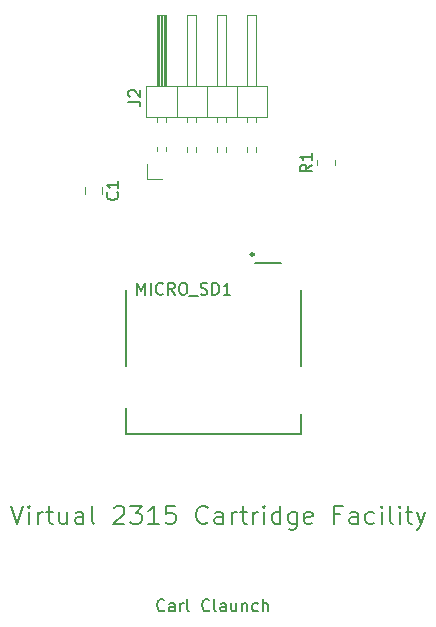
<source format=gbr>
%TF.GenerationSoftware,KiCad,Pcbnew,7.0.8*%
%TF.CreationDate,2025-03-05T08:55:57-05:00*%
%TF.ProjectId,cartridgeholder,63617274-7269-4646-9765-686f6c646572,rev?*%
%TF.SameCoordinates,Original*%
%TF.FileFunction,Legend,Top*%
%TF.FilePolarity,Positive*%
%FSLAX46Y46*%
G04 Gerber Fmt 4.6, Leading zero omitted, Abs format (unit mm)*
G04 Created by KiCad (PCBNEW 7.0.8) date 2025-03-05 08:55:57*
%MOMM*%
%LPD*%
G01*
G04 APERTURE LIST*
%ADD10C,0.150000*%
%ADD11C,0.120000*%
%ADD12C,0.203200*%
%ADD13C,0.254000*%
G04 APERTURE END LIST*
D10*
X119223826Y-132091691D02*
X119731826Y-133615691D01*
X119731826Y-133615691D02*
X120239826Y-132091691D01*
X120747827Y-133615691D02*
X120747827Y-132599691D01*
X120747827Y-132091691D02*
X120675255Y-132164262D01*
X120675255Y-132164262D02*
X120747827Y-132236834D01*
X120747827Y-132236834D02*
X120820398Y-132164262D01*
X120820398Y-132164262D02*
X120747827Y-132091691D01*
X120747827Y-132091691D02*
X120747827Y-132236834D01*
X121473541Y-133615691D02*
X121473541Y-132599691D01*
X121473541Y-132889977D02*
X121546112Y-132744834D01*
X121546112Y-132744834D02*
X121618684Y-132672262D01*
X121618684Y-132672262D02*
X121763826Y-132599691D01*
X121763826Y-132599691D02*
X121908969Y-132599691D01*
X122199255Y-132599691D02*
X122779827Y-132599691D01*
X122416970Y-132091691D02*
X122416970Y-133397977D01*
X122416970Y-133397977D02*
X122489541Y-133543120D01*
X122489541Y-133543120D02*
X122634684Y-133615691D01*
X122634684Y-133615691D02*
X122779827Y-133615691D01*
X123940970Y-132599691D02*
X123940970Y-133615691D01*
X123287827Y-132599691D02*
X123287827Y-133397977D01*
X123287827Y-133397977D02*
X123360398Y-133543120D01*
X123360398Y-133543120D02*
X123505541Y-133615691D01*
X123505541Y-133615691D02*
X123723255Y-133615691D01*
X123723255Y-133615691D02*
X123868398Y-133543120D01*
X123868398Y-133543120D02*
X123940970Y-133470548D01*
X125319827Y-133615691D02*
X125319827Y-132817405D01*
X125319827Y-132817405D02*
X125247255Y-132672262D01*
X125247255Y-132672262D02*
X125102112Y-132599691D01*
X125102112Y-132599691D02*
X124811827Y-132599691D01*
X124811827Y-132599691D02*
X124666684Y-132672262D01*
X125319827Y-133543120D02*
X125174684Y-133615691D01*
X125174684Y-133615691D02*
X124811827Y-133615691D01*
X124811827Y-133615691D02*
X124666684Y-133543120D01*
X124666684Y-133543120D02*
X124594112Y-133397977D01*
X124594112Y-133397977D02*
X124594112Y-133252834D01*
X124594112Y-133252834D02*
X124666684Y-133107691D01*
X124666684Y-133107691D02*
X124811827Y-133035120D01*
X124811827Y-133035120D02*
X125174684Y-133035120D01*
X125174684Y-133035120D02*
X125319827Y-132962548D01*
X126263255Y-133615691D02*
X126118112Y-133543120D01*
X126118112Y-133543120D02*
X126045541Y-133397977D01*
X126045541Y-133397977D02*
X126045541Y-132091691D01*
X127932398Y-132236834D02*
X128004970Y-132164262D01*
X128004970Y-132164262D02*
X128150113Y-132091691D01*
X128150113Y-132091691D02*
X128512970Y-132091691D01*
X128512970Y-132091691D02*
X128658113Y-132164262D01*
X128658113Y-132164262D02*
X128730684Y-132236834D01*
X128730684Y-132236834D02*
X128803255Y-132381977D01*
X128803255Y-132381977D02*
X128803255Y-132527120D01*
X128803255Y-132527120D02*
X128730684Y-132744834D01*
X128730684Y-132744834D02*
X127859827Y-133615691D01*
X127859827Y-133615691D02*
X128803255Y-133615691D01*
X129311256Y-132091691D02*
X130254684Y-132091691D01*
X130254684Y-132091691D02*
X129746684Y-132672262D01*
X129746684Y-132672262D02*
X129964399Y-132672262D01*
X129964399Y-132672262D02*
X130109542Y-132744834D01*
X130109542Y-132744834D02*
X130182113Y-132817405D01*
X130182113Y-132817405D02*
X130254684Y-132962548D01*
X130254684Y-132962548D02*
X130254684Y-133325405D01*
X130254684Y-133325405D02*
X130182113Y-133470548D01*
X130182113Y-133470548D02*
X130109542Y-133543120D01*
X130109542Y-133543120D02*
X129964399Y-133615691D01*
X129964399Y-133615691D02*
X129528970Y-133615691D01*
X129528970Y-133615691D02*
X129383827Y-133543120D01*
X129383827Y-133543120D02*
X129311256Y-133470548D01*
X131706113Y-133615691D02*
X130835256Y-133615691D01*
X131270685Y-133615691D02*
X131270685Y-132091691D01*
X131270685Y-132091691D02*
X131125542Y-132309405D01*
X131125542Y-132309405D02*
X130980399Y-132454548D01*
X130980399Y-132454548D02*
X130835256Y-132527120D01*
X133084971Y-132091691D02*
X132359257Y-132091691D01*
X132359257Y-132091691D02*
X132286685Y-132817405D01*
X132286685Y-132817405D02*
X132359257Y-132744834D01*
X132359257Y-132744834D02*
X132504400Y-132672262D01*
X132504400Y-132672262D02*
X132867257Y-132672262D01*
X132867257Y-132672262D02*
X133012400Y-132744834D01*
X133012400Y-132744834D02*
X133084971Y-132817405D01*
X133084971Y-132817405D02*
X133157542Y-132962548D01*
X133157542Y-132962548D02*
X133157542Y-133325405D01*
X133157542Y-133325405D02*
X133084971Y-133470548D01*
X133084971Y-133470548D02*
X133012400Y-133543120D01*
X133012400Y-133543120D02*
X132867257Y-133615691D01*
X132867257Y-133615691D02*
X132504400Y-133615691D01*
X132504400Y-133615691D02*
X132359257Y-133543120D01*
X132359257Y-133543120D02*
X132286685Y-133470548D01*
X135842686Y-133470548D02*
X135770114Y-133543120D01*
X135770114Y-133543120D02*
X135552400Y-133615691D01*
X135552400Y-133615691D02*
X135407257Y-133615691D01*
X135407257Y-133615691D02*
X135189543Y-133543120D01*
X135189543Y-133543120D02*
X135044400Y-133397977D01*
X135044400Y-133397977D02*
X134971829Y-133252834D01*
X134971829Y-133252834D02*
X134899257Y-132962548D01*
X134899257Y-132962548D02*
X134899257Y-132744834D01*
X134899257Y-132744834D02*
X134971829Y-132454548D01*
X134971829Y-132454548D02*
X135044400Y-132309405D01*
X135044400Y-132309405D02*
X135189543Y-132164262D01*
X135189543Y-132164262D02*
X135407257Y-132091691D01*
X135407257Y-132091691D02*
X135552400Y-132091691D01*
X135552400Y-132091691D02*
X135770114Y-132164262D01*
X135770114Y-132164262D02*
X135842686Y-132236834D01*
X137148972Y-133615691D02*
X137148972Y-132817405D01*
X137148972Y-132817405D02*
X137076400Y-132672262D01*
X137076400Y-132672262D02*
X136931257Y-132599691D01*
X136931257Y-132599691D02*
X136640972Y-132599691D01*
X136640972Y-132599691D02*
X136495829Y-132672262D01*
X137148972Y-133543120D02*
X137003829Y-133615691D01*
X137003829Y-133615691D02*
X136640972Y-133615691D01*
X136640972Y-133615691D02*
X136495829Y-133543120D01*
X136495829Y-133543120D02*
X136423257Y-133397977D01*
X136423257Y-133397977D02*
X136423257Y-133252834D01*
X136423257Y-133252834D02*
X136495829Y-133107691D01*
X136495829Y-133107691D02*
X136640972Y-133035120D01*
X136640972Y-133035120D02*
X137003829Y-133035120D01*
X137003829Y-133035120D02*
X137148972Y-132962548D01*
X137874686Y-133615691D02*
X137874686Y-132599691D01*
X137874686Y-132889977D02*
X137947257Y-132744834D01*
X137947257Y-132744834D02*
X138019829Y-132672262D01*
X138019829Y-132672262D02*
X138164971Y-132599691D01*
X138164971Y-132599691D02*
X138310114Y-132599691D01*
X138600400Y-132599691D02*
X139180972Y-132599691D01*
X138818115Y-132091691D02*
X138818115Y-133397977D01*
X138818115Y-133397977D02*
X138890686Y-133543120D01*
X138890686Y-133543120D02*
X139035829Y-133615691D01*
X139035829Y-133615691D02*
X139180972Y-133615691D01*
X139688972Y-133615691D02*
X139688972Y-132599691D01*
X139688972Y-132889977D02*
X139761543Y-132744834D01*
X139761543Y-132744834D02*
X139834115Y-132672262D01*
X139834115Y-132672262D02*
X139979257Y-132599691D01*
X139979257Y-132599691D02*
X140124400Y-132599691D01*
X140632401Y-133615691D02*
X140632401Y-132599691D01*
X140632401Y-132091691D02*
X140559829Y-132164262D01*
X140559829Y-132164262D02*
X140632401Y-132236834D01*
X140632401Y-132236834D02*
X140704972Y-132164262D01*
X140704972Y-132164262D02*
X140632401Y-132091691D01*
X140632401Y-132091691D02*
X140632401Y-132236834D01*
X142011258Y-133615691D02*
X142011258Y-132091691D01*
X142011258Y-133543120D02*
X141866115Y-133615691D01*
X141866115Y-133615691D02*
X141575829Y-133615691D01*
X141575829Y-133615691D02*
X141430686Y-133543120D01*
X141430686Y-133543120D02*
X141358115Y-133470548D01*
X141358115Y-133470548D02*
X141285543Y-133325405D01*
X141285543Y-133325405D02*
X141285543Y-132889977D01*
X141285543Y-132889977D02*
X141358115Y-132744834D01*
X141358115Y-132744834D02*
X141430686Y-132672262D01*
X141430686Y-132672262D02*
X141575829Y-132599691D01*
X141575829Y-132599691D02*
X141866115Y-132599691D01*
X141866115Y-132599691D02*
X142011258Y-132672262D01*
X143390115Y-132599691D02*
X143390115Y-133833405D01*
X143390115Y-133833405D02*
X143317543Y-133978548D01*
X143317543Y-133978548D02*
X143244972Y-134051120D01*
X143244972Y-134051120D02*
X143099829Y-134123691D01*
X143099829Y-134123691D02*
X142882115Y-134123691D01*
X142882115Y-134123691D02*
X142736972Y-134051120D01*
X143390115Y-133543120D02*
X143244972Y-133615691D01*
X143244972Y-133615691D02*
X142954686Y-133615691D01*
X142954686Y-133615691D02*
X142809543Y-133543120D01*
X142809543Y-133543120D02*
X142736972Y-133470548D01*
X142736972Y-133470548D02*
X142664400Y-133325405D01*
X142664400Y-133325405D02*
X142664400Y-132889977D01*
X142664400Y-132889977D02*
X142736972Y-132744834D01*
X142736972Y-132744834D02*
X142809543Y-132672262D01*
X142809543Y-132672262D02*
X142954686Y-132599691D01*
X142954686Y-132599691D02*
X143244972Y-132599691D01*
X143244972Y-132599691D02*
X143390115Y-132672262D01*
X144696400Y-133543120D02*
X144551257Y-133615691D01*
X144551257Y-133615691D02*
X144260972Y-133615691D01*
X144260972Y-133615691D02*
X144115829Y-133543120D01*
X144115829Y-133543120D02*
X144043257Y-133397977D01*
X144043257Y-133397977D02*
X144043257Y-132817405D01*
X144043257Y-132817405D02*
X144115829Y-132672262D01*
X144115829Y-132672262D02*
X144260972Y-132599691D01*
X144260972Y-132599691D02*
X144551257Y-132599691D01*
X144551257Y-132599691D02*
X144696400Y-132672262D01*
X144696400Y-132672262D02*
X144768972Y-132817405D01*
X144768972Y-132817405D02*
X144768972Y-132962548D01*
X144768972Y-132962548D02*
X144043257Y-133107691D01*
X147091258Y-132817405D02*
X146583258Y-132817405D01*
X146583258Y-133615691D02*
X146583258Y-132091691D01*
X146583258Y-132091691D02*
X147308972Y-132091691D01*
X148542687Y-133615691D02*
X148542687Y-132817405D01*
X148542687Y-132817405D02*
X148470115Y-132672262D01*
X148470115Y-132672262D02*
X148324972Y-132599691D01*
X148324972Y-132599691D02*
X148034687Y-132599691D01*
X148034687Y-132599691D02*
X147889544Y-132672262D01*
X148542687Y-133543120D02*
X148397544Y-133615691D01*
X148397544Y-133615691D02*
X148034687Y-133615691D01*
X148034687Y-133615691D02*
X147889544Y-133543120D01*
X147889544Y-133543120D02*
X147816972Y-133397977D01*
X147816972Y-133397977D02*
X147816972Y-133252834D01*
X147816972Y-133252834D02*
X147889544Y-133107691D01*
X147889544Y-133107691D02*
X148034687Y-133035120D01*
X148034687Y-133035120D02*
X148397544Y-133035120D01*
X148397544Y-133035120D02*
X148542687Y-132962548D01*
X149921544Y-133543120D02*
X149776401Y-133615691D01*
X149776401Y-133615691D02*
X149486115Y-133615691D01*
X149486115Y-133615691D02*
X149340972Y-133543120D01*
X149340972Y-133543120D02*
X149268401Y-133470548D01*
X149268401Y-133470548D02*
X149195829Y-133325405D01*
X149195829Y-133325405D02*
X149195829Y-132889977D01*
X149195829Y-132889977D02*
X149268401Y-132744834D01*
X149268401Y-132744834D02*
X149340972Y-132672262D01*
X149340972Y-132672262D02*
X149486115Y-132599691D01*
X149486115Y-132599691D02*
X149776401Y-132599691D01*
X149776401Y-132599691D02*
X149921544Y-132672262D01*
X150574687Y-133615691D02*
X150574687Y-132599691D01*
X150574687Y-132091691D02*
X150502115Y-132164262D01*
X150502115Y-132164262D02*
X150574687Y-132236834D01*
X150574687Y-132236834D02*
X150647258Y-132164262D01*
X150647258Y-132164262D02*
X150574687Y-132091691D01*
X150574687Y-132091691D02*
X150574687Y-132236834D01*
X151518115Y-133615691D02*
X151372972Y-133543120D01*
X151372972Y-133543120D02*
X151300401Y-133397977D01*
X151300401Y-133397977D02*
X151300401Y-132091691D01*
X152098687Y-133615691D02*
X152098687Y-132599691D01*
X152098687Y-132091691D02*
X152026115Y-132164262D01*
X152026115Y-132164262D02*
X152098687Y-132236834D01*
X152098687Y-132236834D02*
X152171258Y-132164262D01*
X152171258Y-132164262D02*
X152098687Y-132091691D01*
X152098687Y-132091691D02*
X152098687Y-132236834D01*
X152606686Y-132599691D02*
X153187258Y-132599691D01*
X152824401Y-132091691D02*
X152824401Y-133397977D01*
X152824401Y-133397977D02*
X152896972Y-133543120D01*
X152896972Y-133543120D02*
X153042115Y-133615691D01*
X153042115Y-133615691D02*
X153187258Y-133615691D01*
X153550115Y-132599691D02*
X153912972Y-133615691D01*
X154275829Y-132599691D02*
X153912972Y-133615691D01*
X153912972Y-133615691D02*
X153767829Y-133978548D01*
X153767829Y-133978548D02*
X153695258Y-134051120D01*
X153695258Y-134051120D02*
X153550115Y-134123691D01*
X132188207Y-140914580D02*
X132140588Y-140962200D01*
X132140588Y-140962200D02*
X131997731Y-141009819D01*
X131997731Y-141009819D02*
X131902493Y-141009819D01*
X131902493Y-141009819D02*
X131759636Y-140962200D01*
X131759636Y-140962200D02*
X131664398Y-140866961D01*
X131664398Y-140866961D02*
X131616779Y-140771723D01*
X131616779Y-140771723D02*
X131569160Y-140581247D01*
X131569160Y-140581247D02*
X131569160Y-140438390D01*
X131569160Y-140438390D02*
X131616779Y-140247914D01*
X131616779Y-140247914D02*
X131664398Y-140152676D01*
X131664398Y-140152676D02*
X131759636Y-140057438D01*
X131759636Y-140057438D02*
X131902493Y-140009819D01*
X131902493Y-140009819D02*
X131997731Y-140009819D01*
X131997731Y-140009819D02*
X132140588Y-140057438D01*
X132140588Y-140057438D02*
X132188207Y-140105057D01*
X133045350Y-141009819D02*
X133045350Y-140486009D01*
X133045350Y-140486009D02*
X132997731Y-140390771D01*
X132997731Y-140390771D02*
X132902493Y-140343152D01*
X132902493Y-140343152D02*
X132712017Y-140343152D01*
X132712017Y-140343152D02*
X132616779Y-140390771D01*
X133045350Y-140962200D02*
X132950112Y-141009819D01*
X132950112Y-141009819D02*
X132712017Y-141009819D01*
X132712017Y-141009819D02*
X132616779Y-140962200D01*
X132616779Y-140962200D02*
X132569160Y-140866961D01*
X132569160Y-140866961D02*
X132569160Y-140771723D01*
X132569160Y-140771723D02*
X132616779Y-140676485D01*
X132616779Y-140676485D02*
X132712017Y-140628866D01*
X132712017Y-140628866D02*
X132950112Y-140628866D01*
X132950112Y-140628866D02*
X133045350Y-140581247D01*
X133521541Y-141009819D02*
X133521541Y-140343152D01*
X133521541Y-140533628D02*
X133569160Y-140438390D01*
X133569160Y-140438390D02*
X133616779Y-140390771D01*
X133616779Y-140390771D02*
X133712017Y-140343152D01*
X133712017Y-140343152D02*
X133807255Y-140343152D01*
X134283446Y-141009819D02*
X134188208Y-140962200D01*
X134188208Y-140962200D02*
X134140589Y-140866961D01*
X134140589Y-140866961D02*
X134140589Y-140009819D01*
X135997732Y-140914580D02*
X135950113Y-140962200D01*
X135950113Y-140962200D02*
X135807256Y-141009819D01*
X135807256Y-141009819D02*
X135712018Y-141009819D01*
X135712018Y-141009819D02*
X135569161Y-140962200D01*
X135569161Y-140962200D02*
X135473923Y-140866961D01*
X135473923Y-140866961D02*
X135426304Y-140771723D01*
X135426304Y-140771723D02*
X135378685Y-140581247D01*
X135378685Y-140581247D02*
X135378685Y-140438390D01*
X135378685Y-140438390D02*
X135426304Y-140247914D01*
X135426304Y-140247914D02*
X135473923Y-140152676D01*
X135473923Y-140152676D02*
X135569161Y-140057438D01*
X135569161Y-140057438D02*
X135712018Y-140009819D01*
X135712018Y-140009819D02*
X135807256Y-140009819D01*
X135807256Y-140009819D02*
X135950113Y-140057438D01*
X135950113Y-140057438D02*
X135997732Y-140105057D01*
X136569161Y-141009819D02*
X136473923Y-140962200D01*
X136473923Y-140962200D02*
X136426304Y-140866961D01*
X136426304Y-140866961D02*
X136426304Y-140009819D01*
X137378685Y-141009819D02*
X137378685Y-140486009D01*
X137378685Y-140486009D02*
X137331066Y-140390771D01*
X137331066Y-140390771D02*
X137235828Y-140343152D01*
X137235828Y-140343152D02*
X137045352Y-140343152D01*
X137045352Y-140343152D02*
X136950114Y-140390771D01*
X137378685Y-140962200D02*
X137283447Y-141009819D01*
X137283447Y-141009819D02*
X137045352Y-141009819D01*
X137045352Y-141009819D02*
X136950114Y-140962200D01*
X136950114Y-140962200D02*
X136902495Y-140866961D01*
X136902495Y-140866961D02*
X136902495Y-140771723D01*
X136902495Y-140771723D02*
X136950114Y-140676485D01*
X136950114Y-140676485D02*
X137045352Y-140628866D01*
X137045352Y-140628866D02*
X137283447Y-140628866D01*
X137283447Y-140628866D02*
X137378685Y-140581247D01*
X138283447Y-140343152D02*
X138283447Y-141009819D01*
X137854876Y-140343152D02*
X137854876Y-140866961D01*
X137854876Y-140866961D02*
X137902495Y-140962200D01*
X137902495Y-140962200D02*
X137997733Y-141009819D01*
X137997733Y-141009819D02*
X138140590Y-141009819D01*
X138140590Y-141009819D02*
X138235828Y-140962200D01*
X138235828Y-140962200D02*
X138283447Y-140914580D01*
X138759638Y-140343152D02*
X138759638Y-141009819D01*
X138759638Y-140438390D02*
X138807257Y-140390771D01*
X138807257Y-140390771D02*
X138902495Y-140343152D01*
X138902495Y-140343152D02*
X139045352Y-140343152D01*
X139045352Y-140343152D02*
X139140590Y-140390771D01*
X139140590Y-140390771D02*
X139188209Y-140486009D01*
X139188209Y-140486009D02*
X139188209Y-141009819D01*
X140092971Y-140962200D02*
X139997733Y-141009819D01*
X139997733Y-141009819D02*
X139807257Y-141009819D01*
X139807257Y-141009819D02*
X139712019Y-140962200D01*
X139712019Y-140962200D02*
X139664400Y-140914580D01*
X139664400Y-140914580D02*
X139616781Y-140819342D01*
X139616781Y-140819342D02*
X139616781Y-140533628D01*
X139616781Y-140533628D02*
X139664400Y-140438390D01*
X139664400Y-140438390D02*
X139712019Y-140390771D01*
X139712019Y-140390771D02*
X139807257Y-140343152D01*
X139807257Y-140343152D02*
X139997733Y-140343152D01*
X139997733Y-140343152D02*
X140092971Y-140390771D01*
X140521543Y-141009819D02*
X140521543Y-140009819D01*
X140950114Y-141009819D02*
X140950114Y-140486009D01*
X140950114Y-140486009D02*
X140902495Y-140390771D01*
X140902495Y-140390771D02*
X140807257Y-140343152D01*
X140807257Y-140343152D02*
X140664400Y-140343152D01*
X140664400Y-140343152D02*
X140569162Y-140390771D01*
X140569162Y-140390771D02*
X140521543Y-140438390D01*
X144674819Y-103209166D02*
X144198628Y-103542499D01*
X144674819Y-103780594D02*
X143674819Y-103780594D01*
X143674819Y-103780594D02*
X143674819Y-103399642D01*
X143674819Y-103399642D02*
X143722438Y-103304404D01*
X143722438Y-103304404D02*
X143770057Y-103256785D01*
X143770057Y-103256785D02*
X143865295Y-103209166D01*
X143865295Y-103209166D02*
X144008152Y-103209166D01*
X144008152Y-103209166D02*
X144103390Y-103256785D01*
X144103390Y-103256785D02*
X144151009Y-103304404D01*
X144151009Y-103304404D02*
X144198628Y-103399642D01*
X144198628Y-103399642D02*
X144198628Y-103780594D01*
X144674819Y-102256785D02*
X144674819Y-102828213D01*
X144674819Y-102542499D02*
X143674819Y-102542499D01*
X143674819Y-102542499D02*
X143817676Y-102637737D01*
X143817676Y-102637737D02*
X143912914Y-102732975D01*
X143912914Y-102732975D02*
X143960533Y-102828213D01*
X128199580Y-105556666D02*
X128247200Y-105604285D01*
X128247200Y-105604285D02*
X128294819Y-105747142D01*
X128294819Y-105747142D02*
X128294819Y-105842380D01*
X128294819Y-105842380D02*
X128247200Y-105985237D01*
X128247200Y-105985237D02*
X128151961Y-106080475D01*
X128151961Y-106080475D02*
X128056723Y-106128094D01*
X128056723Y-106128094D02*
X127866247Y-106175713D01*
X127866247Y-106175713D02*
X127723390Y-106175713D01*
X127723390Y-106175713D02*
X127532914Y-106128094D01*
X127532914Y-106128094D02*
X127437676Y-106080475D01*
X127437676Y-106080475D02*
X127342438Y-105985237D01*
X127342438Y-105985237D02*
X127294819Y-105842380D01*
X127294819Y-105842380D02*
X127294819Y-105747142D01*
X127294819Y-105747142D02*
X127342438Y-105604285D01*
X127342438Y-105604285D02*
X127390057Y-105556666D01*
X128294819Y-104604285D02*
X128294819Y-105175713D01*
X128294819Y-104889999D02*
X127294819Y-104889999D01*
X127294819Y-104889999D02*
X127437676Y-104985237D01*
X127437676Y-104985237D02*
X127532914Y-105080475D01*
X127532914Y-105080475D02*
X127580533Y-105175713D01*
X129869629Y-114210219D02*
X129869629Y-113210219D01*
X129869629Y-113210219D02*
X130202962Y-113924504D01*
X130202962Y-113924504D02*
X130536295Y-113210219D01*
X130536295Y-113210219D02*
X130536295Y-114210219D01*
X131012486Y-114210219D02*
X131012486Y-113210219D01*
X132060104Y-114114980D02*
X132012485Y-114162600D01*
X132012485Y-114162600D02*
X131869628Y-114210219D01*
X131869628Y-114210219D02*
X131774390Y-114210219D01*
X131774390Y-114210219D02*
X131631533Y-114162600D01*
X131631533Y-114162600D02*
X131536295Y-114067361D01*
X131536295Y-114067361D02*
X131488676Y-113972123D01*
X131488676Y-113972123D02*
X131441057Y-113781647D01*
X131441057Y-113781647D02*
X131441057Y-113638790D01*
X131441057Y-113638790D02*
X131488676Y-113448314D01*
X131488676Y-113448314D02*
X131536295Y-113353076D01*
X131536295Y-113353076D02*
X131631533Y-113257838D01*
X131631533Y-113257838D02*
X131774390Y-113210219D01*
X131774390Y-113210219D02*
X131869628Y-113210219D01*
X131869628Y-113210219D02*
X132012485Y-113257838D01*
X132012485Y-113257838D02*
X132060104Y-113305457D01*
X133060104Y-114210219D02*
X132726771Y-113734028D01*
X132488676Y-114210219D02*
X132488676Y-113210219D01*
X132488676Y-113210219D02*
X132869628Y-113210219D01*
X132869628Y-113210219D02*
X132964866Y-113257838D01*
X132964866Y-113257838D02*
X133012485Y-113305457D01*
X133012485Y-113305457D02*
X133060104Y-113400695D01*
X133060104Y-113400695D02*
X133060104Y-113543552D01*
X133060104Y-113543552D02*
X133012485Y-113638790D01*
X133012485Y-113638790D02*
X132964866Y-113686409D01*
X132964866Y-113686409D02*
X132869628Y-113734028D01*
X132869628Y-113734028D02*
X132488676Y-113734028D01*
X133679152Y-113210219D02*
X133869628Y-113210219D01*
X133869628Y-113210219D02*
X133964866Y-113257838D01*
X133964866Y-113257838D02*
X134060104Y-113353076D01*
X134060104Y-113353076D02*
X134107723Y-113543552D01*
X134107723Y-113543552D02*
X134107723Y-113876885D01*
X134107723Y-113876885D02*
X134060104Y-114067361D01*
X134060104Y-114067361D02*
X133964866Y-114162600D01*
X133964866Y-114162600D02*
X133869628Y-114210219D01*
X133869628Y-114210219D02*
X133679152Y-114210219D01*
X133679152Y-114210219D02*
X133583914Y-114162600D01*
X133583914Y-114162600D02*
X133488676Y-114067361D01*
X133488676Y-114067361D02*
X133441057Y-113876885D01*
X133441057Y-113876885D02*
X133441057Y-113543552D01*
X133441057Y-113543552D02*
X133488676Y-113353076D01*
X133488676Y-113353076D02*
X133583914Y-113257838D01*
X133583914Y-113257838D02*
X133679152Y-113210219D01*
X134298200Y-114305457D02*
X135060104Y-114305457D01*
X135250581Y-114162600D02*
X135393438Y-114210219D01*
X135393438Y-114210219D02*
X135631533Y-114210219D01*
X135631533Y-114210219D02*
X135726771Y-114162600D01*
X135726771Y-114162600D02*
X135774390Y-114114980D01*
X135774390Y-114114980D02*
X135822009Y-114019742D01*
X135822009Y-114019742D02*
X135822009Y-113924504D01*
X135822009Y-113924504D02*
X135774390Y-113829266D01*
X135774390Y-113829266D02*
X135726771Y-113781647D01*
X135726771Y-113781647D02*
X135631533Y-113734028D01*
X135631533Y-113734028D02*
X135441057Y-113686409D01*
X135441057Y-113686409D02*
X135345819Y-113638790D01*
X135345819Y-113638790D02*
X135298200Y-113591171D01*
X135298200Y-113591171D02*
X135250581Y-113495933D01*
X135250581Y-113495933D02*
X135250581Y-113400695D01*
X135250581Y-113400695D02*
X135298200Y-113305457D01*
X135298200Y-113305457D02*
X135345819Y-113257838D01*
X135345819Y-113257838D02*
X135441057Y-113210219D01*
X135441057Y-113210219D02*
X135679152Y-113210219D01*
X135679152Y-113210219D02*
X135822009Y-113257838D01*
X136250581Y-114210219D02*
X136250581Y-113210219D01*
X136250581Y-113210219D02*
X136488676Y-113210219D01*
X136488676Y-113210219D02*
X136631533Y-113257838D01*
X136631533Y-113257838D02*
X136726771Y-113353076D01*
X136726771Y-113353076D02*
X136774390Y-113448314D01*
X136774390Y-113448314D02*
X136822009Y-113638790D01*
X136822009Y-113638790D02*
X136822009Y-113781647D01*
X136822009Y-113781647D02*
X136774390Y-113972123D01*
X136774390Y-113972123D02*
X136726771Y-114067361D01*
X136726771Y-114067361D02*
X136631533Y-114162600D01*
X136631533Y-114162600D02*
X136488676Y-114210219D01*
X136488676Y-114210219D02*
X136250581Y-114210219D01*
X137774390Y-114210219D02*
X137202962Y-114210219D01*
X137488676Y-114210219D02*
X137488676Y-113210219D01*
X137488676Y-113210219D02*
X137393438Y-113353076D01*
X137393438Y-113353076D02*
X137298200Y-113448314D01*
X137298200Y-113448314D02*
X137202962Y-113495933D01*
X129144819Y-97868333D02*
X129859104Y-97868333D01*
X129859104Y-97868333D02*
X130001961Y-97915952D01*
X130001961Y-97915952D02*
X130097200Y-98011190D01*
X130097200Y-98011190D02*
X130144819Y-98154047D01*
X130144819Y-98154047D02*
X130144819Y-98249285D01*
X129240057Y-97439761D02*
X129192438Y-97392142D01*
X129192438Y-97392142D02*
X129144819Y-97296904D01*
X129144819Y-97296904D02*
X129144819Y-97058809D01*
X129144819Y-97058809D02*
X129192438Y-96963571D01*
X129192438Y-96963571D02*
X129240057Y-96915952D01*
X129240057Y-96915952D02*
X129335295Y-96868333D01*
X129335295Y-96868333D02*
X129430533Y-96868333D01*
X129430533Y-96868333D02*
X129573390Y-96915952D01*
X129573390Y-96915952D02*
X130144819Y-97487380D01*
X130144819Y-97487380D02*
X130144819Y-96868333D01*
D11*
%TO.C,R1*%
X145135000Y-103269564D02*
X145135000Y-102815436D01*
X146605000Y-103269564D02*
X146605000Y-102815436D01*
%TO.C,C1*%
X126895000Y-105128748D02*
X126895000Y-105651252D01*
X125425000Y-105128748D02*
X125425000Y-105651252D01*
D12*
%TO.C,MICRO_SD1*%
X128938200Y-113779400D02*
X128938200Y-120279400D01*
X128938200Y-123779400D02*
X128939180Y-126029400D01*
X128939180Y-126029400D02*
X143737220Y-126042100D01*
X139838200Y-111529400D02*
X142076200Y-111529400D01*
X143737220Y-126042100D02*
X143738200Y-124279400D01*
X143738200Y-120279400D02*
X143738200Y-113779400D01*
D13*
X139760850Y-110794910D02*
G75*
G03*
X139760850Y-110794910I-127000J0D01*
G01*
D11*
%TO.C,J2*%
X130690000Y-104460000D02*
X130690000Y-103190000D01*
X131960000Y-104460000D02*
X130690000Y-104460000D01*
X134120000Y-102147071D02*
X134120000Y-101692929D01*
X134880000Y-102147071D02*
X134880000Y-101692929D01*
X136660000Y-102147071D02*
X136660000Y-101692929D01*
X137420000Y-102147071D02*
X137420000Y-101692929D01*
X139200000Y-102147071D02*
X139200000Y-101692929D01*
X139960000Y-102147071D02*
X139960000Y-101692929D01*
X131580000Y-102080000D02*
X131580000Y-101692929D01*
X132340000Y-102080000D02*
X132340000Y-101692929D01*
X131580000Y-99607071D02*
X131580000Y-99210000D01*
X132340000Y-99607071D02*
X132340000Y-99210000D01*
X134120000Y-99607071D02*
X134120000Y-99210000D01*
X134880000Y-99607071D02*
X134880000Y-99210000D01*
X136660000Y-99607071D02*
X136660000Y-99210000D01*
X137420000Y-99607071D02*
X137420000Y-99210000D01*
X139200000Y-99607071D02*
X139200000Y-99210000D01*
X139960000Y-99607071D02*
X139960000Y-99210000D01*
X130630000Y-99210000D02*
X140910000Y-99210000D01*
X133230000Y-99210000D02*
X133230000Y-96550000D01*
X135770000Y-99210000D02*
X135770000Y-96550000D01*
X138310000Y-99210000D02*
X138310000Y-96550000D01*
X140910000Y-99210000D02*
X140910000Y-96550000D01*
X130630000Y-96550000D02*
X130630000Y-99210000D01*
X131580000Y-96550000D02*
X131580000Y-90550000D01*
X131640000Y-96550000D02*
X131640000Y-90550000D01*
X131760000Y-96550000D02*
X131760000Y-90550000D01*
X131880000Y-96550000D02*
X131880000Y-90550000D01*
X132000000Y-96550000D02*
X132000000Y-90550000D01*
X132120000Y-96550000D02*
X132120000Y-90550000D01*
X132240000Y-96550000D02*
X132240000Y-90550000D01*
X134120000Y-96550000D02*
X134120000Y-90550000D01*
X136660000Y-96550000D02*
X136660000Y-90550000D01*
X139200000Y-96550000D02*
X139200000Y-90550000D01*
X140910000Y-96550000D02*
X130630000Y-96550000D01*
X131580000Y-90550000D02*
X132340000Y-90550000D01*
X132340000Y-90550000D02*
X132340000Y-96550000D01*
X134120000Y-90550000D02*
X134880000Y-90550000D01*
X134880000Y-90550000D02*
X134880000Y-96550000D01*
X136660000Y-90550000D02*
X137420000Y-90550000D01*
X137420000Y-90550000D02*
X137420000Y-96550000D01*
X139200000Y-90550000D02*
X139960000Y-90550000D01*
X139960000Y-90550000D02*
X139960000Y-96550000D01*
%TD*%
M02*

</source>
